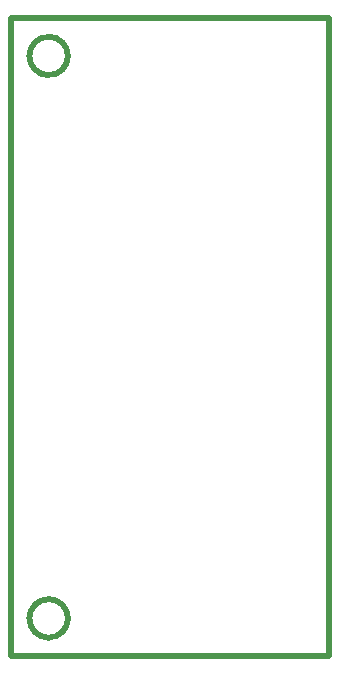
<source format=gko>
G04*
G04 #@! TF.GenerationSoftware,Altium Limited,Altium Designer,19.1.8 (144)*
G04*
G04 Layer_Color=32768*
%FSLAX44Y44*%
%MOMM*%
G71*
G01*
G75*
%ADD47C,0.5080*%
D47*
X31750Y15392D02*
G03*
X48108Y31750I0J16358D01*
G01*
D02*
G03*
X31750Y48107I-16358J0D01*
G01*
D02*
G03*
X15392Y31750I0J-16358D01*
G01*
D02*
G03*
X31750Y15392I16358J0D01*
G01*
Y491642D02*
G03*
X48108Y508000I0J16358D01*
G01*
D02*
G03*
X31750Y524357I-16358J0D01*
G01*
D02*
G03*
X15392Y508000I0J-16358D01*
G01*
D02*
G03*
X31750Y491642I16358J0D01*
G01*
X0Y0D02*
Y539750D01*
X269240D01*
Y0D02*
Y539750D01*
X0Y0D02*
X269240D01*
M02*

</source>
